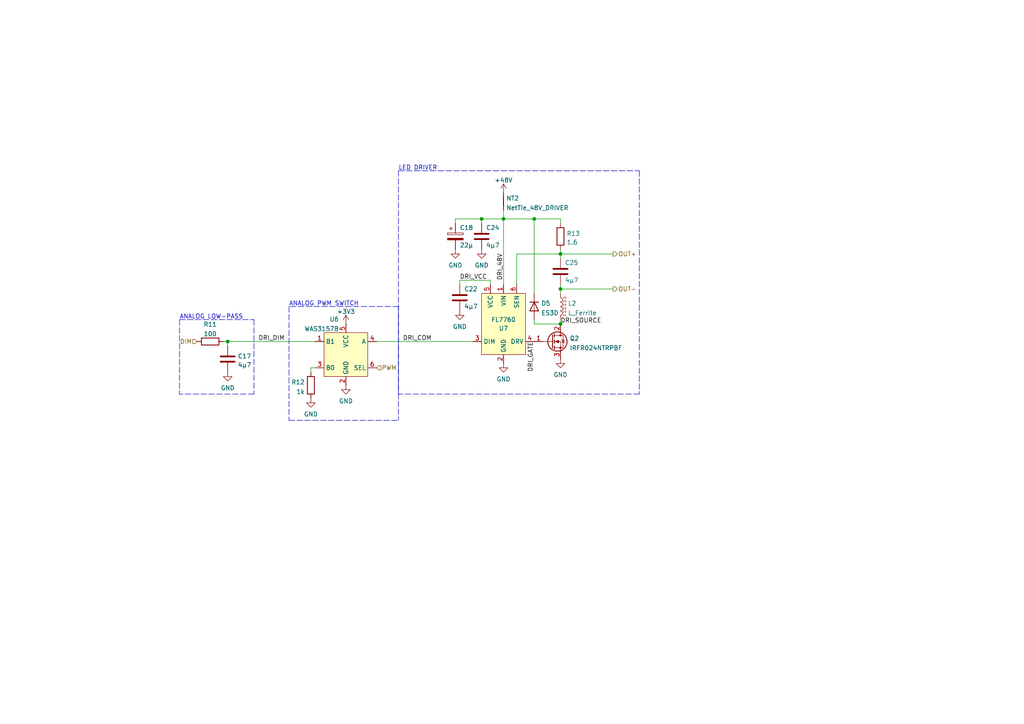
<source format=kicad_sch>
(kicad_sch (version 20211123) (generator eeschema)
  (paper "A4")
  (lib_symbols
    (symbol "Device:C" (pin_numbers hide) (pin_names (offset 0.254))
      (property "Reference" "C" (at 0.635 2.54 0))
      (property "Value" "C" (at 0.635 -2.54 0))
      (symbol "C_0_1"
        (polyline (pts (xy -2.032 -0.762) (xy 2.032 -0.762)) (stroke (width 0.508)))
        (polyline (pts (xy -2.032 0.762) (xy 2.032 0.762)) (stroke (width 0.508)))
      )
      (symbol "C_1_1"
        (pin passive line (at 0 3.81 270) (length 2.794) (name "~") (number "1"))
        (pin passive line (at 0 -3.81 90) (length 2.794) (name "~") (number "2"))
      )
    )
    (symbol "Device:C_Polarized" (pin_numbers hide) (pin_names (offset 0.254))
      (property "Reference" "C" (at 0.635 2.54 0))
      (property "Value" "C_Polarized" (at 0.635 -2.54 0))
      (symbol "C_Polarized_0_1"
        (rectangle (start -2.286 0.508) (end 2.286 1.016))
        (polyline (pts (xy -1.778 2.286) (xy -0.762 2.286)))
        (polyline (pts (xy -1.27 2.794) (xy -1.27 1.778)))
        (rectangle (start 2.286 -0.508) (end -2.286 -1.016) (fill (type outline)))
      )
      (symbol "C_Polarized_1_1"
        (pin passive line (at 0 3.81 270) (length 2.794) (name "~") (number "1"))
        (pin passive line (at 0 -3.81 90) (length 2.794) (name "~") (number "2"))
      )
    )
    (symbol "Device:D" (pin_numbers hide) (pin_names (offset 1.016) hide)
      (property "Reference" "D" (at 0 2.54 0))
      (property "Value" "D" (at 0 -2.54 0))
      (symbol "D_0_1"
        (polyline (pts (xy -1.27 1.27) (xy -1.27 -1.27)) (stroke (width 0.254)))
        (polyline (pts (xy 1.27 0) (xy -1.27 0)))
        (polyline (pts (xy 1.27 1.27) (xy 1.27 -1.27) (xy -1.27 0) (xy 1.27 1.27)) (stroke (width 0.254)))
      )
      (symbol "D_1_1"
        (pin passive line (at -3.81 0 0) (length 2.54) (name "K") (number "1"))
        (pin passive line (at 3.81 0 180) (length 2.54) (name "A") (number "2"))
      )
    )
    (symbol "Device:L_Ferrite" (pin_numbers hide) (pin_names (offset 1.016) hide)
      (property "Reference" "L" (at -1.27 0 90))
      (property "Value" "L_Ferrite" (at 2.794 0 90))
      (symbol "L_Ferrite_0_1"
        (arc (start 0 -2.54) (mid 0.635 -1.905) (end 0 -1.27))
        (arc (start 0 -1.27) (mid 0.635 -0.635) (end 0 0))
        (polyline (pts (xy 1.016 -2.794) (xy 1.016 -2.286)))
        (polyline (pts (xy 1.016 -1.778) (xy 1.016 -1.27)))
        (polyline (pts (xy 1.016 -0.762) (xy 1.016 -0.254)))
        (polyline (pts (xy 1.016 0.254) (xy 1.016 0.762)))
        (polyline (pts (xy 1.016 1.27) (xy 1.016 1.778)))
        (polyline (pts (xy 1.016 2.286) (xy 1.016 2.794)))
        (polyline (pts (xy 1.524 -2.286) (xy 1.524 -2.794)))
        (polyline (pts (xy 1.524 -1.27) (xy 1.524 -1.778)))
        (polyline (pts (xy 1.524 -0.254) (xy 1.524 -0.762)))
        (polyline (pts (xy 1.524 0.762) (xy 1.524 0.254)))
        (polyline (pts (xy 1.524 1.778) (xy 1.524 1.27)))
        (polyline (pts (xy 1.524 2.794) (xy 1.524 2.286)))
        (arc (start 0 0) (mid 0.635 0.635) (end 0 1.27))
        (arc (start 0 1.27) (mid 0.635 1.905) (end 0 2.54))
      )
      (symbol "L_Ferrite_1_1"
        (pin passive line (at 0 3.81 270) (length 1.27) (name "1") (number "1"))
        (pin passive line (at 0 -3.81 90) (length 1.27) (name "2") (number "2"))
      )
    )
    (symbol "Device:NetTie_2" (pin_numbers hide) (pin_names (offset 0) hide)
      (property "Reference" "NT" (at 0 1.27 0))
      (property "Value" "NetTie_2" (at 0 -1.27 0))
      (symbol "NetTie_2_0_1"
        (polyline (pts (xy -1.27 0) (xy 1.27 0)) (stroke (width 0.254)))
      )
      (symbol "NetTie_2_1_1"
        (pin passive line (at -2.54 0 0) (length 2.54) (name "1") (number "1"))
        (pin passive line (at 2.54 0 180) (length 2.54) (name "2") (number "2"))
      )
    )
    (symbol "Device:Q_NMOS_GDS" (pin_names (offset 0) hide)
      (property "Reference" "Q" (at 5.08 1.27 0))
      (property "Value" "Q_NMOS_GDS" (at 5.08 -1.27 0))
      (symbol "Q_NMOS_GDS_0_1"
        (polyline (pts (xy 0.254 0) (xy -2.54 0)))
        (polyline (pts (xy 0.254 1.905) (xy 0.254 -1.905)) (stroke (width 0.254)))
        (polyline (pts (xy 0.762 -1.27) (xy 0.762 -2.286)) (stroke (width 0.254)))
        (polyline (pts (xy 0.762 0.508) (xy 0.762 -0.508)) (stroke (width 0.254)))
        (polyline (pts (xy 0.762 2.286) (xy 0.762 1.27)) (stroke (width 0.254)))
        (polyline (pts (xy 2.54 2.54) (xy 2.54 1.778)))
        (polyline (pts (xy 2.54 -2.54) (xy 2.54 0) (xy 0.762 0)))
        (polyline (pts (xy 0.762 -1.778) (xy 3.302 -1.778) (xy 3.302 1.778) (xy 0.762 1.778)))
        (polyline (pts (xy 1.016 0) (xy 2.032 0.381) (xy 2.032 -0.381) (xy 1.016 0)) (fill (type outline)))
        (polyline (pts (xy 2.794 0.508) (xy 2.921 0.381) (xy 3.683 0.381) (xy 3.81 0.254)))
        (polyline (pts (xy 3.302 0.381) (xy 2.921 -0.254) (xy 3.683 -0.254) (xy 3.302 0.381)))
        (circle (center 1.651 0) (radius 2.794) (stroke (width 0.254)))
        (circle (center 2.54 -1.778) (radius 0.254) (fill (type outline)))
        (circle (center 2.54 1.778) (radius 0.254) (fill (type outline)))
      )
      (symbol "Q_NMOS_GDS_1_1"
        (pin input line (at -5.08 0 0) (length 2.54) (name "G") (number "1"))
        (pin passive line (at 2.54 5.08 270) (length 2.54) (name "D") (number "2"))
        (pin passive line (at 2.54 -5.08 90) (length 2.54) (name "S") (number "3"))
      )
    )
    (symbol "Device:R" (pin_numbers hide) (pin_names (offset 0))
      (property "Reference" "R" (at 2.032 0 90))
      (property "Value" "R" (at 0 0 90))
      (symbol "R_0_1"
        (rectangle (start -1.016 -2.54) (end 1.016 2.54) (stroke (width 0.254)))
      )
      (symbol "R_1_1"
        (pin passive line (at 0 3.81 270) (length 1.27) (name "~") (number "1"))
        (pin passive line (at 0 -3.81 90) (length 1.27) (name "~") (number "2"))
      )
    )
    (symbol "Library:FL7760"
      (property "Reference" "U" (at 0 -1.27 0))
      (property "Value" "FL7760" (at 0 1.27 0))
      (symbol "FL7760_0_1"
        (rectangle (start -6.35 10.16) (end 6.35 -7.62) (stroke (width 0.1524)) (fill (type background)))
      )
      (symbol "FL7760_1_1"
        (pin input line (at 0 12.7 270) (length 2.54) (name "VIN") (number "1"))
        (pin input line (at 0 -10.16 90) (length 2.54) (name "GND") (number "2"))
        (pin input line (at -8.89 -3.81 0) (length 2.54) (name "DIM") (number "3"))
        (pin output line (at 8.89 -3.81 180) (length 2.54) (name "DRV") (number "4"))
        (pin input line (at -3.81 12.7 270) (length 2.54) (name "VCC") (number "5"))
        (pin input line (at 3.81 12.7 270) (length 2.54) (name "SEN") (number "6"))
      )
    )
    (symbol "Library:WAS3157B"
      (property "Reference" "U" (at 0 -1.27 0))
      (property "Value" "WAS3157B" (at 0 1.27 0))
      (symbol "WAS3157B_0_1"
        (rectangle (start -6.35 6.35) (end 6.35 -6.35) (stroke (width 0.1524)) (fill (type background)))
      )
      (symbol "WAS3157B_1_1"
        (pin input line (at 8.89 3.81 180) (length 2.54) (name "B1") (number "1"))
        (pin input line (at 0 -8.89 90) (length 2.54) (name "GND") (number "2"))
        (pin input line (at 8.89 -3.81 180) (length 2.54) (name "B0") (number "3"))
        (pin input line (at -8.89 3.81 0) (length 2.54) (name "A") (number "4"))
        (pin input line (at 0 8.89 270) (length 2.54) (name "VCC") (number "5"))
        (pin input line (at -8.89 -3.81 0) (length 2.54) (name "SEL") (number "6"))
      )
    )
    (symbol "power:+3V3" (power) (pin_names (offset 0))
      (property "Value" "+3V3" (at 0 3.556 0))
      (symbol "+3V3_0_1"
        (polyline (pts (xy -0.762 1.27) (xy 0 2.54)))
        (polyline (pts (xy 0 0) (xy 0 2.54)))
        (polyline (pts (xy 0 2.54) (xy 0.762 1.27)))
      )
      (symbol "+3V3_1_1"
        (pin power_in line (at 0 0 90) (length 0) hide (name "+3V3") (number "1"))
      )
    )
    (symbol "power:+48V" (power) (pin_names (offset 0))
      (property "Value" "+48V" (at 0 3.556 0))
      (symbol "+48V_0_1"
        (polyline (pts (xy -0.762 1.27) (xy 0 2.54)))
        (polyline (pts (xy 0 0) (xy 0 2.54)))
        (polyline (pts (xy 0 2.54) (xy 0.762 1.27)))
      )
      (symbol "+48V_1_1"
        (pin power_in line (at 0 0 90) (length 0) hide (name "+48V") (number "1"))
      )
    )
    (symbol "power:GND" (power) (pin_names (offset 0))
      (property "Value" "GND" (at 0 -3.81 0))
      (symbol "GND_0_1"
        (polyline (pts (xy 0 0) (xy 0 -1.27) (xy 1.27 -1.27) (xy 0 -2.54) (xy -1.27 -1.27) (xy 0 -1.27)))
      )
      (symbol "GND_1_1"
        (pin power_in line (at 0 0 270) (length 0) hide (name "GND") (number "1"))
      )
    )
  )
  (junction (at 154.94 63.5))
  (junction (at 162.56 93.98))
  (junction (at 66.04 99.06))
  (junction (at 139.7 63.5))
  (junction (at 146.05 63.5))
  (junction (at 162.56 83.82))
  (junction (at 162.56 73.66))
  (wire (pts (xy 162.56 73.66) (xy 177.8 73.66)))
  (wire (pts (xy 146.05 63.5) (xy 146.05 82.55)))
  (polyline (pts (xy 185.42 49.53) (xy 185.42 114.3)))
  (wire (pts (xy 162.56 83.82) (xy 162.56 85.09)))
  (polyline (pts (xy 52.07 92.71) (xy 52.07 114.3)))
  (wire (pts (xy 90.17 107.95) (xy 90.17 106.68)))
  (polyline (pts (xy 73.66 114.3) (xy 52.07 114.3)))
  (wire (pts (xy 132.08 63.5) (xy 139.7 63.5)))
  (polyline (pts (xy 115.57 88.9) (xy 83.82 88.9)))
  (polyline (pts (xy 185.42 114.3) (xy 115.57 114.3)))
  (polyline (pts (xy 83.82 88.9) (xy 83.82 121.92)))
  (wire (pts (xy 149.86 73.66) (xy 149.86 82.55)))
  (wire (pts (xy 132.08 64.77) (xy 132.08 63.5)))
  (wire (pts (xy 162.56 83.82) (xy 177.8 83.82)))
  (wire (pts (xy 162.56 63.5) (xy 162.56 64.77)))
  (wire (pts (xy 66.04 99.06) (xy 64.77 99.06)))
  (wire (pts (xy 154.94 93.98) (xy 162.56 93.98)))
  (polyline (pts (xy 115.57 49.53) (xy 115.57 114.3)))
  (wire (pts (xy 162.56 83.82) (xy 162.56 82.55)))
  (polyline (pts (xy 83.82 121.92) (xy 115.57 121.92)))
  (wire (pts (xy 154.94 63.5) (xy 162.56 63.5)))
  (wire (pts (xy 154.94 63.5) (xy 154.94 85.09)))
  (wire (pts (xy 109.22 99.06) (xy 137.16 99.06)))
  (polyline (pts (xy 115.57 49.53) (xy 185.42 49.53)))
  (wire (pts (xy 162.56 72.39) (xy 162.56 73.66)))
  (wire (pts (xy 162.56 92.71) (xy 162.56 93.98)))
  (wire (pts (xy 154.94 92.71) (xy 154.94 93.98)))
  (wire (pts (xy 146.05 60.96) (xy 146.05 63.5)))
  (wire (pts (xy 91.44 106.68) (xy 90.17 106.68)))
  (wire (pts (xy 149.86 73.66) (xy 162.56 73.66)))
  (polyline (pts (xy 73.66 92.71) (xy 73.66 114.3)))
  (wire (pts (xy 66.04 99.06) (xy 91.44 99.06)))
  (wire (pts (xy 142.24 82.55) (xy 142.24 81.28)))
  (wire (pts (xy 139.7 64.77) (xy 139.7 63.5)))
  (wire (pts (xy 133.35 81.28) (xy 142.24 81.28)))
  (wire (pts (xy 139.7 63.5) (xy 146.05 63.5)))
  (wire (pts (xy 133.35 81.28) (xy 133.35 82.55)))
  (wire (pts (xy 66.04 100.33) (xy 66.04 99.06)))
  (wire (pts (xy 162.56 74.93) (xy 162.56 73.66)))
  (wire (pts (xy 146.05 63.5) (xy 154.94 63.5)))
  (polyline (pts (xy 115.57 88.9) (xy 115.57 121.92)))
  (polyline (pts (xy 52.07 92.71) (xy 73.66 92.71)))
  (text "ANALOG PWM SWITCH" (at 83.82 88.9 0) (effects (font (size 1.27 1.27)) (justify left bottom)))
  (text "ANALOG LOW-PASS" (at 52.07 92.71 0) (effects (font (size 1.27 1.27)) (justify left bottom)))
  (text "LED DRIVER" (at 115.57 49.53 0) (effects (font (size 1.27 1.27)) (justify left bottom)))
  (label "DRI_DIM" (at 74.93 99.06 0))
  (label "DRI_COM" (at 116.84 99.06 0))
  (label "DRI_48V" (at 146.05 81.28 90))
  (label "DRI_VCC" (at 133.35 81.28 0))
  (label "DRI_SOURCE" (at 162.56 93.98 0))
  (label "DRI_GATE" (at 154.94 99.06 270))
  (hierarchical_label "OUT+" (shape output) (at 177.8 73.66 0))
  (hierarchical_label "PWM" (shape input) (at 109.22 106.68 0))
  (hierarchical_label "DIM" (shape input) (at 57.15 99.06 180))
  (hierarchical_label "OUT-" (shape output) (at 177.8 83.82 0))
  (symbol (lib_id "power:GND") (at 133.35 90.17 0) (unit 1)
    (property "Reference" "#PWR048" (effects hide))
    (property "Value" "GND" (at 133.35 94.7325 0))
  )
  (symbol (lib_id "Device:C") (at 162.56 78.74 0) (unit 1)
    (property "Reference" "C25" (at 163.83 76.2 0) (effects (justify left)))
    (property "Value" "4µ7" (at 163.83 81.28 0) (effects (justify left)))
    (property "Footprint" "Capacitor_SMD:C_0805_2012Metric" (effects hide))
  )
  (symbol (lib_id "Device:C") (at 133.35 86.36 0) (unit 1)
    (property "Reference" "C22" (at 134.62 83.82 0) (effects (justify left)))
    (property "Value" "4µ7" (at 134.62 88.9 0) (effects (justify left)))
    (property "Footprint" "Capacitor_SMD:C_0805_2012Metric" (effects hide))
  )
  (symbol (lib_id "Device:R") (at 90.17 111.76 0) (mirror y) (unit 1)
    (property "Reference" "R12" (at 88.392 110.8515 0) (effects (justify left)))
    (property "Value" "1k" (at 88.392 113.6266 0) (effects (justify left)))
    (property "Footprint" "Resistor_SMD:R_0603_1608Metric" (effects hide))
  )
  (symbol (lib_id "Device:R") (at 162.56 68.58 0) (unit 1)
    (property "Reference" "R13" (at 164.338 67.7453 0) (effects (justify left)))
    (property "Value" "1.6" (at 164.338 70.2822 0) (effects (justify left)))
    (property "Footprint" "Resistor_SMD:R_1206_3216Metric" (effects hide))
  )
  (symbol (lib_id "power:GND") (at 66.04 107.95 0) (unit 1)
    (property "Reference" "#PWR042" (effects hide))
    (property "Value" "GND" (at 66.04 112.5125 0))
  )
  (symbol (lib_id "Device:C") (at 66.04 104.14 0) (unit 1)
    (property "Reference" "C17" (at 68.961 103.3053 0) (effects (justify left)))
    (property "Value" "4µ7" (at 68.961 105.8422 0) (effects (justify left)))
    (property "Footprint" "Capacitor_SMD:C_0805_2012Metric" (effects hide))
  )
  (symbol (lib_id "power:+48V") (at 146.05 55.88 0) (unit 1)
    (property "Reference" "#PWR052" (effects hide))
    (property "Value" "+48V" (at 146.05 52.2755 0))
  )
  (symbol (lib_id "Device:C_Polarized") (at 132.08 68.58 0) (unit 1)
    (property "Reference" "C18" (at 133.35 66.04 0) (effects (justify left)))
    (property "Value" "22µ" (at 133.35 71.12 0) (effects (justify left)))
    (property "Footprint" "Capacitor_SMD:CP_Elec_6.3x4.5" (effects hide))
  )
  (symbol (lib_id "power:GND") (at 162.56 104.14 0) (unit 1)
    (property "Reference" "#PWR054" (effects hide))
    (property "Value" "GND" (at 162.56 108.7025 0))
  )
  (symbol (lib_id "Device:Q_NMOS_GDS") (at 160.02 99.06 0) (unit 1)
    (property "Reference" "Q2" (at 165.227 98.1515 0) (effects (justify left)))
    (property "Value" "IRFR024NTRPBF" (at 165.227 100.9266 0) (effects (justify left)))
    (property "Footprint" "Package_TO_SOT_SMD:TO-252-2" (effects hide))
  )
  (symbol (lib_id "Device:D") (at 154.94 88.9 270) (unit 1)
    (property "Reference" "D5" (at 156.972 87.9915 90) (effects (justify left)))
    (property "Value" "ES3D" (at 156.972 90.7666 90) (effects (justify left)))
    (property "Footprint" "Diode_SMD:D_SMB" (effects hide))
  )
  (symbol (lib_id "Device:R") (at 60.96 99.06 90) (unit 1)
    (property "Reference" "R11" (at 60.96 94.0775 90))
    (property "Value" "100" (at 60.96 96.8526 90))
    (property "Footprint" "Resistor_SMD:R_0603_1608Metric" (effects hide))
  )
  (symbol (lib_id "Device:NetTie_2") (at 146.05 58.42 90) (unit 1)
    (property "Reference" "NT2" (at 146.812 57.5115 90) (effects (justify right)))
    (property "Value" "NetTie_48V_DRIVER" (at 146.812 60.2866 90) (effects (justify right)))
    (property "Footprint" "NetTie:NetTie-2_SMD_Pad2.0mm" (effects hide))
  )
  (symbol (lib_id "power:GND") (at 100.33 111.76 0) (unit 1)
    (property "Reference" "#PWR045" (effects hide))
    (property "Value" "GND" (at 100.33 116.3225 0))
  )
  (symbol (lib_id "power:GND") (at 132.08 72.39 0) (unit 1)
    (property "Reference" "#PWR046" (effects hide))
    (property "Value" "GND" (at 132.08 76.9525 0))
  )
  (symbol (lib_id "power:GND") (at 90.17 115.57 0) (mirror y) (unit 1)
    (property "Reference" "#PWR043" (effects hide))
    (property "Value" "GND" (at 90.17 120.1325 0))
  )
  (symbol (lib_id "Device:L_Ferrite") (at 162.56 88.9 0) (unit 1)
    (property "Reference" "L2" (at 164.719 87.9915 0) (effects (justify left)))
    (property "Value" "L_Ferrite" (at 164.719 90.7666 0) (effects (justify left)))
    (property "Footprint" "Inductor_SMD:L_12x12mm_H8mm" (effects hide))
  )
  (symbol (lib_id "power:GND") (at 139.7 72.39 0) (unit 1)
    (property "Reference" "#PWR051" (effects hide))
    (property "Value" "GND" (at 139.7 76.9525 0))
  )
  (symbol (lib_id "power:+3V3") (at 100.33 93.98 0) (unit 1)
    (property "Reference" "#PWR044" (effects hide))
    (property "Value" "+3V3" (at 100.33 90.3755 0))
  )
  (symbol (lib_id "Library:FL7760") (at 146.05 95.25 0) (unit 1)
    (property "Reference" "U7" (at 146.05 95.25 0))
    (property "Value" "FL7760" (at 146.05 92.71 0))
    (property "Footprint" "Package_TO_SOT_SMD:SOT-23-6" (effects hide))
  )
  (symbol (lib_id "Device:C") (at 139.7 68.58 0) (unit 1)
    (property "Reference" "C24" (at 140.97 66.04 0) (effects (justify left)))
    (property "Value" "4µ7" (at 140.97 71.12 0) (effects (justify left)))
    (property "Footprint" "Capacitor_SMD:C_0805_2012Metric" (effects hide))
  )
  (symbol (lib_id "power:GND") (at 146.05 105.41 0) (unit 1)
    (property "Reference" "#PWR053" (effects hide))
    (property "Value" "GND" (at 146.05 109.9725 0))
  )
  (symbol (lib_id "Library:WAS3157B") (at 100.33 102.87 0) (mirror y) (unit 1)
    (property "Reference" "U6" (at 98.3106 92.6043 0) (effects (justify left)))
    (property "Value" "WAS3157B" (at 98.3106 95.3794 0) (effects (justify left)))
    (property "Footprint" "Package_TO_SOT_SMD:SOT-363_SC-70-6" (effects hide))
  )
)
</source>
